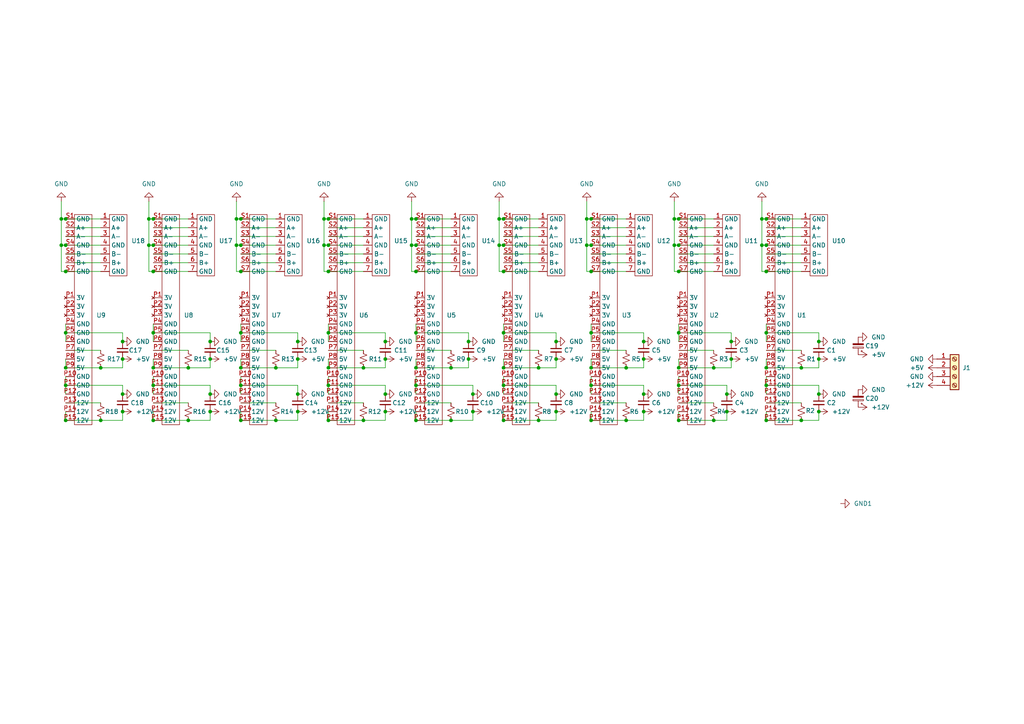
<source format=kicad_sch>
(kicad_sch (version 20250114) (generator "eeschema") (generator_version "9.0")
  (paper "A4")
  (lib_symbols
    (symbol "Connector:Screw_Terminal_01x04" (pin_names (offset 1.016) (hide yes))
      (property "Reference" "J" (at 0 5.08 0))
      (property "Value" "Screw_Terminal_01x04" (at 0 -7.62 0))
      (symbol "Screw_Terminal_01x04_1_1"
        (pin passive line (at -5.08 2.54 0) (length 3.81) (name "Pin_1") (number "1"))
        (pin passive line (at -5.08 0 0) (length 3.81) (name "Pin_2") (number "2"))
        (pin passive line (at -5.08 -2.54 0) (length 3.81) (name "Pin_3") (number "3"))
        (pin passive line (at -5.08 -5.08 0) (length 3.81) (name "Pin_4") (number "4"))
      )
    )
    (symbol "Device:C_Polarized_Small" (pin_numbers (hide yes)) (pin_names (offset 0.254) (hide yes))
      (property "Reference" "C" (at 0.254 1.778 0))
      (property "Value" "C_Polarized_Small" (at 0.254 -2.032 0))
      (symbol "C_Polarized_Small_1_1"
        (pin passive line (at 0 2.54 270) (length 1.8542) (name "~") (number "1"))
        (pin passive line (at 0 -2.54 90) (length 1.8542) (name "~") (number "2"))
      )
    )
    (symbol "Device:C_Small" (pin_numbers (hide yes)) (pin_names (offset 0.254) (hide yes))
      (property "Reference" "C" (at 0.254 1.778 0))
      (property "Value" "C_Small" (at 0.254 -2.032 0))
      (symbol "C_Small_1_1"
        (pin passive line (at 0 2.54 270) (length 2.032) (name "~") (number "1"))
        (pin passive line (at 0 -2.54 90) (length 2.032) (name "~") (number "2"))
      )
    )
    (symbol "Device:R_Small_US" (pin_numbers (hide yes)) (pin_names (offset 0.254) (hide yes))
      (property "Reference" "R" (at 0.762 0.508 0))
      (property "Value" "R_Small_US" (at 0.762 -1.016 0))
      (symbol "R_Small_US_1_1"
        (pin passive line (at 0 2.54 270) (length 1.016) (name "~") (number "1"))
        (pin passive line (at 0 -2.54 90) (length 1.016) (name "~") (number "2"))
      )
    )
    (symbol "power:+12V" (power) (pin_numbers (hide yes)) (pin_names (offset 0) (hide yes))
      (property "Value" "+12V" (at 0 3.556 0))
      (symbol "+12V_1_1"
        (pin power_in line (at 0 0 90) (length 0) (name "~") (number "1"))
      )
    )
    (symbol "power:+5V" (power) (pin_numbers (hide yes)) (pin_names (offset 0) (hide yes))
      (property "Value" "+5V" (at 0 3.556 0))
      (symbol "+5V_1_1"
        (pin power_in line (at 0 0 90) (length 0) (name "~") (number "1"))
      )
    )
    (symbol "power:GND1" (power) (pin_numbers (hide yes)) (pin_names (offset 0) (hide yes))
      (property "Value" "GND1" (at 0 -3.81 0))
      (symbol "GND1_1_1"
        (pin power_in line (at 0 0 270) (length 0) (name "~") (number "1"))
      )
    )
    (symbol "power:GND2" (power) (pin_numbers (hide yes)) (pin_names (offset 0) (hide yes))
      (property "Value" "GND2" (at 0 -3.81 0))
      (symbol "GND2_1_1"
        (pin power_in line (at 0 0 270) (length 0) (name "~") (number "1"))
      )
    )
    (symbol "sata_connector:sata_22pin"
      (property "Reference" "U" (at 0 0 0))
      (property "Value" "SATA_Connector" (at 9.144 -16.764 0))
      (symbol "sata_22pin_1_1"
        (pin power_out line (at -5.08 46.99 0) (length 2.54) (name "GND") (number "S1"))
        (pin output line (at -5.08 44.45 0) (length 2.54) (name "A+") (number "S2"))
        (pin output line (at -5.08 41.91 0) (length 2.54) (name "A-") (number "S3"))
        (pin power_out line (at -5.08 39.37 0) (length 2.54) (name "GND") (number "S4"))
        (pin input line (at -5.08 36.83 0) (length 2.54) (name "B-") (number "S5"))
        (pin input line (at -5.08 34.29 0) (length 2.54) (name "B+") (number "S6"))
        (pin power_out line (at -5.08 31.75 0) (length 2.54) (name "GND") (number "S7"))
        (pin no_connect line (at -5.08 24.13 0) (length 2.54) (name "3V") (number "P1"))
        (pin no_connect line (at -5.08 21.59 0) (length 2.54) (name "3V") (number "P2"))
        (pin no_connect line (at -5.08 19.05 0) (length 2.54) (name "3V") (number "P3"))
        (pin power_out line (at -5.08 16.51 0) (length 2.54) (name "GND") (number "P4"))
        (pin power_out line (at -5.08 13.97 0) (length 2.54) (name "GND") (number "P5"))
        (pin power_out line (at -5.08 11.43 0) (length 2.54) (name "GND") (number "P6"))
        (pin power_in line (at -5.08 8.89 0) (length 2.54) (name "5V") (number "P7"))
        (pin power_in line (at -5.08 6.35 0) (length 2.54) (name "5V") (number "P8"))
        (pin power_in line (at -5.08 3.81 0) (length 2.54) (name "5V") (number "P9"))
        (pin power_out line (at -5.08 1.27 0) (length 2.54) (name "GND") (number "P10"))
        (pin power_out line (at -5.08 -1.27 0) (length 2.54) (name "GND") (number "P11"))
        (pin power_out line (at -5.08 -3.81 0) (length 2.54) (name "GND") (number "P12"))
        (pin power_in line (at -5.08 -6.35 0) (length 2.54) (name "12V") (number "P13"))
        (pin power_in line (at -5.08 -8.89 0) (length 2.54) (name "12V") (number "P14"))
        (pin power_in line (at -5.08 -11.43 0) (length 2.54) (name "12V") (number "P15"))
      )
    )
    (symbol "sata_connector:sata_7pin"
      (property "Reference" "U" (at 0 0 0))
      (property "Value" "SATA_Data" (at 7.874 3.048 0))
      (symbol "sata_7pin_1_1"
        (pin power_out line (at -5.08 11.43 0) (length 2.54) (name "GND") (number "1"))
        (pin input line (at -5.08 8.89 0) (length 2.54) (name "A+") (number "2"))
        (pin input line (at -5.08 6.35 0) (length 2.54) (name "A-") (number "3"))
        (pin power_out line (at -5.08 3.81 0) (length 2.54) (name "GND") (number "4"))
        (pin output line (at -5.08 1.27 0) (length 2.54) (name "B-") (number "5"))
        (pin output line (at -5.08 -1.27 0) (length 2.54) (name "B+") (number "6"))
        (pin power_out line (at -5.08 -3.81 0) (length 2.54) (name "GND") (number "7"))
      )
    )
  )
  (junction (at 146.05 121.92))
  (junction (at 146.05 63.5))
  (junction (at 43.18 71.12))
  (junction (at 181.61 121.92))
  (junction (at 69.85 96.52))
  (junction (at 144.78 63.5))
  (junction (at 19.05 63.5))
  (junction (at 237.49 99.06))
  (junction (at 105.41 106.68))
  (junction (at 130.81 121.92))
  (junction (at 195.58 63.5))
  (junction (at 44.45 71.12))
  (junction (at 120.65 78.74))
  (junction (at 220.98 63.5))
  (junction (at 170.18 71.12))
  (junction (at 111.76 99.06))
  (junction (at 111.76 114.3))
  (junction (at 93.98 63.5))
  (junction (at 111.76 119.38))
  (junction (at 86.36 119.38))
  (junction (at 54.61 106.68))
  (junction (at 93.98 71.12))
  (junction (at 19.05 106.68))
  (junction (at 19.05 121.92))
  (junction (at 19.05 96.52))
  (junction (at 120.65 121.92))
  (junction (at 80.01 106.68))
  (junction (at 35.56 119.38))
  (junction (at 222.25 121.92))
  (junction (at 69.85 121.92))
  (junction (at 161.29 114.3))
  (junction (at 146.05 78.74))
  (junction (at 237.49 114.3))
  (junction (at 44.45 63.5))
  (junction (at 207.01 106.68))
  (junction (at 181.61 106.68))
  (junction (at 119.38 63.5))
  (junction (at 68.58 63.5))
  (junction (at 222.25 71.12))
  (junction (at 210.82 119.38))
  (junction (at 19.05 71.12))
  (junction (at 19.05 78.74))
  (junction (at 161.29 119.38))
  (junction (at 43.18 63.5))
  (junction (at 171.45 121.92))
  (junction (at 237.49 104.14))
  (junction (at 17.78 63.5))
  (junction (at 17.78 71.12))
  (junction (at 222.25 96.52))
  (junction (at 195.58 71.12))
  (junction (at 222.25 106.68))
  (junction (at 60.96 114.3))
  (junction (at 220.98 71.12))
  (junction (at 95.25 96.52))
  (junction (at 196.85 71.12))
  (junction (at 137.16 114.3))
  (junction (at 161.29 99.06))
  (junction (at 196.85 106.68))
  (junction (at 60.96 104.14))
  (junction (at 119.38 71.12))
  (junction (at 144.78 71.12))
  (junction (at 35.56 104.14))
  (junction (at 156.21 106.68))
  (junction (at 196.85 63.5))
  (junction (at 186.69 114.3))
  (junction (at 196.85 111.76))
  (junction (at 69.85 106.68))
  (junction (at 95.25 111.76))
  (junction (at 68.58 71.12))
  (junction (at 171.45 111.76))
  (junction (at 186.69 119.38))
  (junction (at 222.25 78.74))
  (junction (at 86.36 99.06))
  (junction (at 120.65 71.12))
  (junction (at 135.89 104.14))
  (junction (at 95.25 121.92))
  (junction (at 35.56 114.3))
  (junction (at 111.76 104.14))
  (junction (at 232.41 121.92))
  (junction (at 95.25 78.74))
  (junction (at 137.16 119.38))
  (junction (at 171.45 71.12))
  (junction (at 95.25 71.12))
  (junction (at 171.45 78.74))
  (junction (at 171.45 63.5))
  (junction (at 130.81 106.68))
  (junction (at 60.96 119.38))
  (junction (at 146.05 96.52))
  (junction (at 196.85 121.92))
  (junction (at 44.45 111.76))
  (junction (at 35.56 99.06))
  (junction (at 196.85 78.74))
  (junction (at 170.18 63.5))
  (junction (at 60.96 99.06))
  (junction (at 171.45 106.68))
  (junction (at 222.25 111.76))
  (junction (at 135.89 99.06))
  (junction (at 222.25 63.5))
  (junction (at 146.05 111.76))
  (junction (at 44.45 106.68))
  (junction (at 120.65 63.5))
  (junction (at 69.85 63.5))
  (junction (at 44.45 121.92))
  (junction (at 120.65 96.52))
  (junction (at 105.41 121.92))
  (junction (at 196.85 96.52))
  (junction (at 29.21 121.92))
  (junction (at 86.36 104.14))
  (junction (at 29.21 106.68))
  (junction (at 44.45 96.52))
  (junction (at 146.05 71.12))
  (junction (at 54.61 121.92))
  (junction (at 161.29 104.14))
  (junction (at 186.69 104.14))
  (junction (at 86.36 114.3))
  (junction (at 80.01 121.92))
  (junction (at 210.82 114.3))
  (junction (at 95.25 106.68))
  (junction (at 69.85 111.76))
  (junction (at 212.09 104.14))
  (junction (at 237.49 119.38))
  (junction (at 156.21 121.92))
  (junction (at 69.85 71.12))
  (junction (at 120.65 111.76))
  (junction (at 19.05 111.76))
  (junction (at 232.41 106.68))
  (junction (at 69.85 78.74))
  (junction (at 95.25 63.5))
  (junction (at 207.01 121.92))
  (junction (at 186.69 99.06))
  (junction (at 120.65 106.68))
  (junction (at 44.45 78.74))
  (junction (at 171.45 96.52))
  (junction (at 146.05 106.68))
  (junction (at 212.09 99.06))
  (wire (pts (xy 43.18 63.5) (xy 44.45 63.5)))
  (wire (pts (xy 119.38 63.5) (xy 119.38 71.12)))
  (wire (pts (xy 111.76 106.68) (xy 111.76 104.14)))
  (wire (pts (xy 196.85 111.76) (xy 210.82 111.76)))
  (wire (pts (xy 170.18 63.5) (xy 170.18 71.12)))
  (wire (pts (xy 69.85 68.58) (xy 80.01 68.58)))
  (wire (pts (xy 68.58 58.42) (xy 68.58 63.5)))
  (wire (pts (xy 93.98 63.5) (xy 93.98 71.12)))
  (wire (pts (xy 69.85 96.52) (xy 86.36 96.52)))
  (wire (pts (xy 146.05 78.74) (xy 144.78 78.74)))
  (wire (pts (xy 196.85 121.92) (xy 207.01 121.92)))
  (wire (pts (xy 222.25 63.5) (xy 220.98 63.5)))
  (wire (pts (xy 222.25 104.14) (xy 222.25 106.68)))
  (wire (pts (xy 171.45 93.98) (xy 171.45 96.52)))
  (wire (pts (xy 222.25 116.84) (xy 232.41 116.84)))
  (wire (pts (xy 222.25 111.76) (xy 237.49 111.76)))
  (wire (pts (xy 181.61 121.92) (xy 186.69 121.92)))
  (wire (pts (xy 95.25 78.74) (xy 105.41 78.74)))
  (wire (pts (xy 119.38 58.42) (xy 119.38 63.5)))
  (wire (pts (xy 69.85 73.66) (xy 80.01 73.66)))
  (wire (pts (xy 44.45 71.12) (xy 54.61 71.12)))
  (wire (pts (xy 95.25 63.5) (xy 105.41 63.5)))
  (wire (pts (xy 120.65 104.14) (xy 120.65 106.68)))
  (wire (pts (xy 86.36 96.52) (xy 86.36 99.06)))
  (wire (pts (xy 43.18 58.42) (xy 43.18 63.5)))
  (wire (pts (xy 120.65 111.76) (xy 137.16 111.76)))
  (wire (pts (xy 44.45 68.58) (xy 54.61 68.58)))
  (wire (pts (xy 146.05 111.76) (xy 161.29 111.76)))
  (wire (pts (xy 54.61 121.92) (xy 60.96 121.92)))
  (wire (pts (xy 207.01 106.68) (xy 212.09 106.68)))
  (wire (pts (xy 54.61 106.68) (xy 60.96 106.68)))
  (wire (pts (xy 69.85 109.22) (xy 69.85 111.76)))
  (wire (pts (xy 196.85 63.5) (xy 207.01 63.5)))
  (wire (pts (xy 95.25 119.38) (xy 95.25 121.92)))
  (wire (pts (xy 60.96 111.76) (xy 60.96 114.3)))
  (wire (pts (xy 222.25 106.68) (xy 232.41 106.68)))
  (wire (pts (xy 146.05 96.52) (xy 161.29 96.52)))
  (wire (pts (xy 120.65 101.6) (xy 130.81 101.6)))
  (wire (pts (xy 44.45 96.52) (xy 60.96 96.52)))
  (wire (pts (xy 44.45 116.84) (xy 54.61 116.84)))
  (wire (pts (xy 95.25 111.76) (xy 95.25 114.3)))
  (wire (pts (xy 119.38 71.12) (xy 119.38 78.74)))
  (wire (pts (xy 69.85 66.04) (xy 80.01 66.04)))
  (wire (pts (xy 19.05 78.74) (xy 29.21 78.74)))
  (wire (pts (xy 69.85 71.12) (xy 80.01 71.12)))
  (wire (pts (xy 220.98 71.12) (xy 222.25 71.12)))
  (wire (pts (xy 95.25 73.66) (xy 105.41 73.66)))
  (wire (pts (xy 137.16 111.76) (xy 137.16 114.3)))
  (wire (pts (xy 222.25 66.04) (xy 232.41 66.04)))
  (wire (pts (xy 93.98 63.5) (xy 95.25 63.5)))
  (wire (pts (xy 17.78 71.12) (xy 17.78 78.74)))
  (wire (pts (xy 35.56 111.76) (xy 35.56 114.3)))
  (wire (pts (xy 69.85 116.84) (xy 80.01 116.84)))
  (wire (pts (xy 19.05 106.68) (xy 29.21 106.68)))
  (wire (pts (xy 171.45 111.76) (xy 171.45 114.3)))
  (wire (pts (xy 95.25 116.84) (xy 105.41 116.84)))
  (wire (pts (xy 146.05 78.74) (xy 156.21 78.74)))
  (wire (pts (xy 196.85 96.52) (xy 212.09 96.52)))
  (wire (pts (xy 181.61 106.68) (xy 186.69 106.68)))
  (wire (pts (xy 171.45 71.12) (xy 181.61 71.12)))
  (wire (pts (xy 146.05 119.38) (xy 146.05 121.92)))
  (wire (pts (xy 19.05 119.38) (xy 19.05 121.92)))
  (wire (pts (xy 170.18 71.12) (xy 171.45 71.12)))
  (wire (pts (xy 95.25 106.68) (xy 105.41 106.68)))
  (wire (pts (xy 111.76 96.52) (xy 111.76 99.06)))
  (wire (pts (xy 196.85 111.76) (xy 196.85 114.3)))
  (wire (pts (xy 171.45 121.92) (xy 181.61 121.92)))
  (wire (pts (xy 35.56 96.52) (xy 35.56 99.06)))
  (wire (pts (xy 69.85 121.92) (xy 80.01 121.92)))
  (wire (pts (xy 29.21 121.92) (xy 35.56 121.92)))
  (wire (pts (xy 17.78 63.5) (xy 19.05 63.5)))
  (wire (pts (xy 232.41 106.68) (xy 237.49 106.68)))
  (wire (pts (xy 222.25 101.6) (xy 232.41 101.6)))
  (wire (pts (xy 120.65 68.58) (xy 130.81 68.58)))
  (wire (pts (xy 95.25 78.74) (xy 93.98 78.74)))
  (wire (pts (xy 171.45 119.38) (xy 171.45 121.92)))
  (wire (pts (xy 120.65 121.92) (xy 130.81 121.92)))
  (wire (pts (xy 69.85 111.76) (xy 69.85 114.3)))
  (wire (pts (xy 120.65 116.84) (xy 130.81 116.84)))
  (wire (pts (xy 237.49 104.14) (xy 237.49 106.68)))
  (wire (pts (xy 222.25 111.76) (xy 222.25 114.3)))
  (wire (pts (xy 44.45 109.22) (xy 44.45 111.76)))
  (wire (pts (xy 146.05 104.14) (xy 146.05 106.68)))
  (wire (pts (xy 19.05 66.04) (xy 29.21 66.04)))
  (wire (pts (xy 222.25 96.52) (xy 237.49 96.52)))
  (wire (pts (xy 207.01 121.92) (xy 210.82 121.92)))
  (wire (pts (xy 44.45 121.92) (xy 54.61 121.92)))
  (wire (pts (xy 237.49 96.52) (xy 237.49 99.06)))
  (wire (pts (xy 144.78 71.12) (xy 144.78 63.5)))
  (wire (pts (xy 161.29 96.52) (xy 161.29 99.06)))
  (wire (pts (xy 19.05 121.92) (xy 29.21 121.92)))
  (wire (pts (xy 95.25 104.14) (xy 95.25 106.68)))
  (wire (pts (xy 146.05 68.58) (xy 156.21 68.58)))
  (wire (pts (xy 69.85 76.2) (xy 80.01 76.2)))
  (wire (pts (xy 186.69 111.76) (xy 186.69 114.3)))
  (wire (pts (xy 196.85 76.2) (xy 207.01 76.2)))
  (wire (pts (xy 19.05 96.52) (xy 19.05 99.06)))
  (wire (pts (xy 171.45 63.5) (xy 181.61 63.5)))
  (wire (pts (xy 19.05 78.74) (xy 17.78 78.74)))
  (wire (pts (xy 170.18 63.5) (xy 171.45 63.5)))
  (wire (pts (xy 120.65 66.04) (xy 130.81 66.04)))
  (wire (pts (xy 120.65 78.74) (xy 130.81 78.74)))
  (wire (pts (xy 196.85 101.6) (xy 207.01 101.6)))
  (wire (pts (xy 69.85 78.74) (xy 80.01 78.74)))
  (wire (pts (xy 171.45 76.2) (xy 181.61 76.2)))
  (wire (pts (xy 146.05 96.52) (xy 146.05 99.06)))
  (wire (pts (xy 146.05 116.84) (xy 156.21 116.84)))
  (wire (pts (xy 196.85 93.98) (xy 196.85 96.52)))
  (wire (pts (xy 237.49 111.76) (xy 237.49 114.3)))
  (wire (pts (xy 80.01 121.92) (xy 86.36 121.92)))
  (wire (pts (xy 44.45 111.76) (xy 44.45 114.3)))
  (wire (pts (xy 130.81 106.68) (xy 135.89 106.68)))
  (wire (pts (xy 146.05 66.04) (xy 156.21 66.04)))
  (wire (pts (xy 210.82 121.92) (xy 210.82 119.38)))
  (wire (pts (xy 86.36 121.92) (xy 86.36 119.38)))
  (wire (pts (xy 68.58 63.5) (xy 68.58 71.12)))
  (wire (pts (xy 220.98 71.12) (xy 220.98 78.74)))
  (wire (pts (xy 60.96 96.52) (xy 60.96 99.06)))
  (wire (pts (xy 69.85 119.38) (xy 69.85 121.92)))
  (wire (pts (xy 19.05 104.14) (xy 19.05 106.68)))
  (wire (pts (xy 186.69 106.68) (xy 186.69 104.14)))
  (wire (pts (xy 146.05 111.76) (xy 146.05 114.3)))
  (wire (pts (xy 60.96 121.92) (xy 60.96 119.38)))
  (wire (pts (xy 68.58 71.12) (xy 68.58 78.74)))
  (wire (pts (xy 68.58 63.5) (xy 69.85 63.5)))
  (wire (pts (xy 19.05 96.52) (xy 35.56 96.52)))
  (wire (pts (xy 146.05 106.68) (xy 156.21 106.68)))
  (wire (pts (xy 19.05 109.22) (xy 19.05 111.76)))
  (wire (pts (xy 44.45 104.14) (xy 44.45 106.68)))
  (wire (pts (xy 19.05 73.66) (xy 29.21 73.66)))
  (wire (pts (xy 212.09 96.52) (xy 212.09 99.06)))
  (wire (pts (xy 120.65 73.66) (xy 130.81 73.66)))
  (wire (pts (xy 171.45 66.04) (xy 181.61 66.04)))
  (wire (pts (xy 86.36 111.76) (xy 86.36 114.3)))
  (wire (pts (xy 44.45 96.52) (xy 44.45 99.06)))
  (wire (pts (xy 171.45 109.22) (xy 171.45 111.76)))
  (wire (pts (xy 146.05 63.5) (xy 156.21 63.5)))
  (wire (pts (xy 222.25 109.22) (xy 222.25 111.76)))
  (wire (pts (xy 105.41 106.68) (xy 111.76 106.68)))
  (wire (pts (xy 120.65 63.5) (xy 130.81 63.5)))
  (wire (pts (xy 95.25 66.04) (xy 105.41 66.04)))
  (wire (pts (xy 44.45 66.04) (xy 54.61 66.04)))
  (wire (pts (xy 19.05 68.58) (xy 29.21 68.58)))
  (wire (pts (xy 171.45 101.6) (xy 181.61 101.6)))
  (wire (pts (xy 196.85 109.22) (xy 196.85 111.76)))
  (wire (pts (xy 144.78 63.5) (xy 146.05 63.5)))
  (wire (pts (xy 43.18 71.12) (xy 44.45 71.12)))
  (wire (pts (xy 222.25 76.2) (xy 232.41 76.2)))
  (wire (pts (xy 146.05 101.6) (xy 156.21 101.6)))
  (wire (pts (xy 44.45 78.74) (xy 54.61 78.74)))
  (wire (pts (xy 137.16 121.92) (xy 137.16 119.38)))
  (wire (pts (xy 171.45 73.66) (xy 181.61 73.66)))
  (wire (pts (xy 120.65 111.76) (xy 120.65 114.3)))
  (wire (pts (xy 19.05 76.2) (xy 29.21 76.2)))
  (wire (pts (xy 35.56 121.92) (xy 35.56 119.38)))
  (wire (pts (xy 186.69 96.52) (xy 186.69 99.06)))
  (wire (pts (xy 120.65 119.38) (xy 120.65 121.92)))
  (wire (pts (xy 196.85 106.68) (xy 207.01 106.68)))
  (wire (pts (xy 144.78 71.12) (xy 146.05 71.12)))
  (wire (pts (xy 171.45 78.74) (xy 170.18 78.74)))
  (wire (pts (xy 144.78 63.5) (xy 144.78 58.42)))
  (wire (pts (xy 120.65 71.12) (xy 130.81 71.12)))
  (wire (pts (xy 222.25 119.38) (xy 222.25 121.92)))
  (wire (pts (xy 210.82 111.76) (xy 210.82 114.3)))
  (wire (pts (xy 196.85 96.52) (xy 196.85 99.06)))
  (wire (pts (xy 196.85 119.38) (xy 196.85 121.92)))
  (wire (pts (xy 95.25 68.58) (xy 105.41 68.58)))
  (wire (pts (xy 93.98 71.12) (xy 95.25 71.12)))
  (wire (pts (xy 222.25 121.92) (xy 232.41 121.92)))
  (wire (pts (xy 19.05 116.84) (xy 29.21 116.84)))
  (wire (pts (xy 120.65 93.98) (xy 120.65 96.52)))
  (wire (pts (xy 111.76 111.76) (xy 111.76 114.3)))
  (wire (pts (xy 44.45 101.6) (xy 54.61 101.6)))
  (wire (pts (xy 212.09 106.68) (xy 212.09 104.14)))
  (wire (pts (xy 222.25 71.12) (xy 232.41 71.12)))
  (wire (pts (xy 68.58 71.12) (xy 69.85 71.12)))
  (wire (pts (xy 222.25 63.5) (xy 232.41 63.5)))
  (wire (pts (xy 171.45 104.14) (xy 171.45 106.68)))
  (wire (pts (xy 196.85 78.74) (xy 207.01 78.74)))
  (wire (pts (xy 17.78 63.5) (xy 17.78 71.12)))
  (wire (pts (xy 170.18 58.42) (xy 170.18 63.5)))
  (wire (pts (xy 120.65 96.52) (xy 120.65 99.06)))
  (wire (pts (xy 19.05 111.76) (xy 35.56 111.76)))
  (wire (pts (xy 80.01 106.68) (xy 86.36 106.68)))
  (wire (pts (xy 120.65 78.74) (xy 119.38 78.74)))
  (wire (pts (xy 222.25 78.74) (xy 220.98 78.74)))
  (wire (pts (xy 195.58 63.5) (xy 195.58 71.12)))
  (wire (pts (xy 196.85 78.74) (xy 195.58 78.74)))
  (wire (pts (xy 86.36 106.68) (xy 86.36 104.14)))
  (wire (pts (xy 135.89 106.68) (xy 135.89 104.14)))
  (wire (pts (xy 95.25 96.52) (xy 111.76 96.52)))
  (wire (pts (xy 171.45 68.58) (xy 181.61 68.58)))
  (wire (pts (xy 161.29 111.76) (xy 161.29 114.3)))
  (wire (pts (xy 19.05 101.6) (xy 29.21 101.6)))
  (wire (pts (xy 156.21 106.68) (xy 161.29 106.68)))
  (wire (pts (xy 196.85 66.04) (xy 207.01 66.04)))
  (wire (pts (xy 44.45 111.76) (xy 60.96 111.76)))
  (wire (pts (xy 44.45 76.2) (xy 54.61 76.2)))
  (wire (pts (xy 69.85 96.52) (xy 69.85 99.06)))
  (wire (pts (xy 130.81 121.92) (xy 137.16 121.92)))
  (wire (pts (xy 69.85 104.14) (xy 69.85 106.68)))
  (wire (pts (xy 69.85 63.5) (xy 80.01 63.5)))
  (wire (pts (xy 196.85 71.12) (xy 207.01 71.12)))
  (wire (pts (xy 95.25 109.22) (xy 95.25 111.76)))
  (wire (pts (xy 146.05 71.12) (xy 156.21 71.12)))
  (wire (pts (xy 171.45 106.68) (xy 181.61 106.68)))
  (wire (pts (xy 17.78 71.12) (xy 19.05 71.12)))
  (wire (pts (xy 43.18 63.5) (xy 43.18 71.12)))
  (wire (pts (xy 156.21 121.92) (xy 161.29 121.92)))
  (wire (pts (xy 43.18 71.12) (xy 43.18 78.74)))
  (wire (pts (xy 171.45 116.84) (xy 181.61 116.84)))
  (wire (pts (xy 69.85 93.98) (xy 69.85 96.52)))
  (wire (pts (xy 69.85 111.76) (xy 86.36 111.76)))
  (wire (pts (xy 171.45 78.74) (xy 181.61 78.74)))
  (wire (pts (xy 170.18 71.12) (xy 170.18 78.74)))
  (wire (pts (xy 119.38 63.5) (xy 120.65 63.5)))
  (wire (pts (xy 95.25 121.92) (xy 105.41 121.92)))
  (wire (pts (xy 195.58 58.42) (xy 195.58 63.5)))
  (wire (pts (xy 95.25 96.52) (xy 95.25 99.06)))
  (wire (pts (xy 111.76 121.92) (xy 111.76 119.38)))
  (wire (pts (xy 95.25 76.2) (xy 105.41 76.2)))
  (wire (pts (xy 196.85 68.58) (xy 207.01 68.58)))
  (wire (pts (xy 19.05 63.5) (xy 29.21 63.5)))
  (wire (pts (xy 171.45 96.52) (xy 186.69 96.52)))
  (wire (pts (xy 161.29 106.68) (xy 161.29 104.14)))
  (wire (pts (xy 135.89 96.52) (xy 135.89 99.06)))
  (wire (pts (xy 146.05 109.22) (xy 146.05 111.76)))
  (wire (pts (xy 60.96 106.68) (xy 60.96 104.14)))
  (wire (pts (xy 35.56 104.14) (xy 35.56 106.68)))
  (wire (pts (xy 220.98 63.5) (xy 220.98 71.12)))
  (wire (pts (xy 69.85 106.68) (xy 80.01 106.68)))
  (wire (pts (xy 220.98 58.42) (xy 220.98 63.5)))
  (wire (pts (xy 95.25 93.98) (xy 95.25 96.52)))
  (wire (pts (xy 195.58 63.5) (xy 196.85 63.5)))
  (wire (pts (xy 95.25 71.12) (xy 105.41 71.12)))
  (wire (pts (xy 146.05 121.92) (xy 156.21 121.92)))
  (wire (pts (xy 120.65 109.22) (xy 120.65 111.76)))
  (wire (pts (xy 171.45 111.76) (xy 186.69 111.76)))
  (wire (pts (xy 105.41 121.92) (xy 111.76 121.92)))
  (wire (pts (xy 222.25 68.58) (xy 232.41 68.58)))
  (wire (pts (xy 17.78 58.42) (xy 17.78 63.5)))
  (wire (pts (xy 196.85 104.14) (xy 196.85 106.68)))
  (wire (pts (xy 95.25 111.76) (xy 111.76 111.76)))
  (wire (pts (xy 146.05 76.2) (xy 156.21 76.2)))
  (wire (pts (xy 222.25 78.74) (xy 232.41 78.74)))
  (wire (pts (xy 120.65 96.52) (xy 135.89 96.52)))
  (wire (pts (xy 44.45 119.38) (xy 44.45 121.92)))
  (wire (pts (xy 222.25 93.98) (xy 222.25 96.52)))
  (wire (pts (xy 44.45 63.5) (xy 54.61 63.5)))
  (wire (pts (xy 44.45 78.74) (xy 43.18 78.74)))
  (wire (pts (xy 161.29 121.92) (xy 161.29 119.38)))
  (wire (pts (xy 93.98 58.42) (xy 93.98 63.5)))
  (wire (pts (xy 19.05 93.98) (xy 19.05 96.52)))
  (wire (pts (xy 19.05 71.12) (xy 29.21 71.12)))
  (wire (pts (xy 146.05 73.66) (xy 156.21 73.66)))
  (wire (pts (xy 69.85 78.74) (xy 68.58 78.74)))
  (wire (pts (xy 93.98 71.12) (xy 93.98 78.74)))
  (wire (pts (xy 196.85 116.84) (xy 207.01 116.84)))
  (wire (pts (xy 95.25 101.6) (xy 105.41 101.6)))
  (wire (pts (xy 195.58 71.12) (xy 196.85 71.12)))
  (wire (pts (xy 196.85 73.66) (xy 207.01 73.66)))
  (wire (pts (xy 29.21 106.68) (xy 35.56 106.68)))
  (wire (pts (xy 146.05 93.98) (xy 146.05 96.52)))
  (wire (pts (xy 232.41 121.92) (xy 237.49 121.92)))
  (wire (pts (xy 19.05 111.76) (xy 19.05 114.3)))
  (wire (pts (xy 186.69 121.92) (xy 186.69 119.38)))
  (wire (pts (xy 222.25 73.66) (xy 232.41 73.66)))
  (wire (pts (xy 144.78 78.74) (xy 144.78 71.12)))
  (wire (pts (xy 237.49 121.92) (xy 237.49 119.38)))
  (wire (pts (xy 222.25 96.52) (xy 222.25 99.06)))
  (wire (pts (xy 44.45 73.66) (xy 54.61 73.66)))
  (wire (pts (xy 119.38 71.12) (xy 120.65 71.12)))
  (wire (pts (xy 69.85 101.6) (xy 80.01 101.6)))
  (wire (pts (xy 120.65 106.68) (xy 130.81 106.68)))
  (wire (pts (xy 195.58 71.12) (xy 195.58 78.74)))
  (wire (pts (xy 120.65 76.2) (xy 130.81 76.2)))
  (wire (pts (xy 44.45 106.68) (xy 54.61 106.68)))
  (wire (pts (xy 171.45 96.52) (xy 171.45 99.06)))
  (wire (pts (xy 44.45 93.98) (xy 44.45 96.52)))
  (symbol (lib_id "power:GND2") (at 86.36 114.3 90) (unit 1)
    (property "Reference" "#PWR25" (effects (hide yes)))
    (property "Value" "GND" (at 90.17 114.2999 90) (effects (justify right)))
    (property "Description" "Power symbol creates a global label with name \"GND2\" , ground" (effects (hide yes)))
  )
  (symbol (lib_id "power:GND1") (at 170.18 58.42 180) (unit 1)
    (property "Reference" "#PWR048" (effects (hide yes)))
    (property "Value" "GND" (at 170.18 53.34 0))
    (property "Description" "Power symbol creates a global label with name \"GND1\" , ground" (effects (hide yes)))
  )
  (symbol (lib_id "power:GND2") (at 271.78 109.22 270) (unit 1)
    (property "Reference" "#PWR3" (effects (hide yes)))
    (property "Value" "GND" (at 265.938 109.22 90))
    (property "Description" "Power symbol creates a global label with name \"GND2\" , ground" (effects (hide yes)))
  )
  (symbol (lib_id "Device:R_Small_US") (at 181.61 104.14 180) (unit 1)
    (property "Reference" "R5" (at 183.134 104.14 0) (effects (justify right)))
    (property "Value" "R_Small_US" (effects (hide yes)))
    (property "Footprint" "Resistor_SMD:R_1206_3216Metric" (effects (hide yes)))
    (property "Description" "Resistor, small US symbol" (effects (hide yes)))
  )
  (symbol (lib_id "sata_connector:sata_22pin") (at 74.93 110.49 0) (unit 1)
    (property "Reference" "U7" (at 78.74 91.4399 0) (effects (justify left)))
    (property "Value" "SATA_Connector" (effects (hide yes)))
    (property "Footprint" "Connector_SATA_SAS:CONN_877791001_MOL" (effects (hide yes)))
  )
  (symbol (lib_id "power:GND2") (at 35.56 114.3 90) (unit 1)
    (property "Reference" "#PWR27" (effects (hide yes)))
    (property "Value" "GND" (at 39.37 114.2999 90) (effects (justify right)))
    (property "Description" "Power symbol creates a global label with name \"GND2\" , ground" (effects (hide yes)))
  )
  (symbol (lib_id "power:GND1") (at 186.69 99.06 90) (unit 1)
    (property "Reference" "#PWR11" (effects (hide yes)))
    (property "Value" "GND" (at 190.5 99.0599 90) (effects (justify right)))
    (property "Description" "Power symbol creates a global label with name \"GND1\" , ground" (effects (hide yes)))
  )
  (symbol (lib_id "Device:C_Polarized_Small") (at 248.92 100.33 180) (unit 1)
    (property "Reference" "C19" (at 250.952 100.33 0) (effects (justify right)))
    (property "Value" "C_Polarized_Small" (effects (hide yes)))
    (property "Footprint" "Capacitor_THT:C_Radial_D16.0mm_H25.0mm_P7.50mm" (effects (hide yes)))
    (property "Description" "Polarized capacitor, small symbol" (effects (hide yes)))
  )
  (symbol (lib_id "Device:R_Small_US") (at 54.61 119.38 180) (unit 1)
    (property "Reference" "R16" (at 55.88 119.38 0) (effects (justify right)))
    (property "Value" "R_Small_US" (effects (hide yes)))
    (property "Footprint" "Resistor_SMD:R_1206_3216Metric" (effects (hide yes)))
    (property "Description" "Resistor, small US symbol" (effects (hide yes)))
  )
  (symbol (lib_id "Device:R_Small_US") (at 80.01 104.14 180) (unit 1)
    (property "Reference" "R13" (at 81.534 104.14 0) (effects (justify right)))
    (property "Value" "R_Small_US" (effects (hide yes)))
    (property "Footprint" "Resistor_SMD:R_1206_3216Metric" (effects (hide yes)))
    (property "Description" "Resistor, small US symbol" (effects (hide yes)))
  )
  (symbol (lib_id "power:+5V") (at 35.56 104.14 270) (unit 1)
    (property "Reference" "#PWR36" (effects (hide yes)))
    (property "Value" "+5V" (at 39.37 104.1399 90) (effects (justify left)))
    (property "Description" "Power symbol creates a global label with name \"+5V\"" (effects (hide yes)))
  )
  (symbol (lib_id "power:+5V") (at 248.92 102.87 270) (unit 1)
    (property "Reference" "#PWR5" (effects (hide yes)))
    (property "Value" "+5V" (at 252.73 102.8699 90) (effects (justify left)))
    (property "Description" "Power symbol creates a global label with name \"+5V\"" (effects (hide yes)))
  )
  (symbol (lib_id "Device:R_Small_US") (at 207.01 104.14 180) (unit 1)
    (property "Reference" "R3" (at 208.534 104.14 0) (effects (justify right)))
    (property "Value" "R_Small_US" (effects (hide yes)))
    (property "Footprint" "Resistor_SMD:R_1206_3216Metric" (effects (hide yes)))
    (property "Description" "Resistor, small US symbol" (effects (hide yes)))
  )
  (symbol (lib_id "power:GND1") (at 43.18 58.42 180) (unit 1)
    (property "Reference" "#PWR053" (effects (hide yes)))
    (property "Value" "GND" (at 43.18 53.34 0))
    (property "Description" "Power symbol creates a global label with name \"GND1\" , ground" (effects (hide yes)))
  )
  (symbol (lib_id "power:GND1") (at 93.98 58.42 180) (unit 1)
    (property "Reference" "#PWR051" (effects (hide yes)))
    (property "Value" "GND" (at 93.98 53.34 0))
    (property "Description" "Power symbol creates a global label with name \"GND1\" , ground" (effects (hide yes)))
  )
  (symbol (lib_id "Device:R_Small_US") (at 181.61 119.38 180) (unit 1)
    (property "Reference" "R6" (at 182.626 119.38 0) (effects (justify right)))
    (property "Value" "R_Small_US" (effects (hide yes)))
    (property "Footprint" "Resistor_SMD:R_1206_3216Metric" (effects (hide yes)))
    (property "Description" "Resistor, small US symbol" (effects (hide yes)))
  )
  (symbol (lib_id "Device:C_Small") (at 135.89 101.6 0) (unit 1)
    (property "Reference" "C9" (at 138.176 101.6 0) (effects (justify left)))
    (property "Value" "C_Small" (effects (hide yes)))
    (property "Footprint" "Capacitor_SMD:C_1206_3216Metric" (effects (hide yes)))
    (property "Description" "Unpolarized capacitor, small symbol" (effects (hide yes)))
  )
  (symbol (lib_id "power:GND1") (at 119.38 58.42 180) (unit 1)
    (property "Reference" "#PWR050" (effects (hide yes)))
    (property "Value" "GND" (at 119.38 53.34 0))
    (property "Description" "Power symbol creates a global label with name \"GND1\" , ground" (effects (hide yes)))
  )
  (symbol (lib_id "Device:R_Small_US") (at 232.41 104.14 180) (unit 1)
    (property "Reference" "R1" (at 233.934 104.14 0) (effects (justify right)))
    (property "Value" "R_Small_US" (effects (hide yes)))
    (property "Footprint" "Resistor_SMD:R_1206_3216Metric" (effects (hide yes)))
    (property "Description" "Resistor, small US symbol" (effects (hide yes)))
  )
  (symbol (lib_id "power:+5V") (at 271.78 106.68 90) (unit 1)
    (property "Reference" "#PWR1" (effects (hide yes)))
    (property "Value" "+5V" (at 267.97 106.6799 90) (effects (justify left)))
    (property "Description" "Power symbol creates a global label with name \"+5V\"" (effects (hide yes)))
  )
  (symbol (lib_id "sata_connector:sata_22pin") (at 227.33 110.49 0) (unit 1)
    (property "Reference" "U1" (at 231.14 91.4399 0) (effects (justify left)))
    (property "Value" "SATA_Connector" (effects (hide yes)))
    (property "Footprint" "Connector_SATA_SAS:CONN_877791001_MOL" (effects (hide yes)))
  )
  (symbol (lib_id "Device:C_Small") (at 212.09 101.6 0) (unit 1)
    (property "Reference" "C3" (at 214.376 101.6 0) (effects (justify left)))
    (property "Value" "C_Small" (effects (hide yes)))
    (property "Footprint" "Capacitor_SMD:C_1206_3216Metric" (effects (hide yes)))
    (property "Description" "Unpolarized capacitor, small symbol" (effects (hide yes)))
  )
  (symbol (lib_id "power:+12V") (at 60.96 119.38 270) (unit 1)
    (property "Reference" "#PWR44" (effects (hide yes)))
    (property "Value" "+12V" (at 64.77 119.3799 90) (effects (justify left)))
    (property "Description" "Power symbol creates a global label with name \"+12V\"" (effects (hide yes)))
  )
  (symbol (lib_id "power:GND1") (at 243.84 146.05 90) (unit 1)
    (property "Reference" "#PWR19" (effects (hide yes)))
    (property "Value" "GND1" (at 247.65 146.0499 90) (effects (justify right)))
    (property "Description" "Power symbol creates a global label with name \"GND1\" , ground" (effects (hide yes)))
  )
  (symbol (lib_id "Device:C_Small") (at 161.29 116.84 0) (unit 1)
    (property "Reference" "C8" (at 163.576 116.84 0) (effects (justify left)))
    (property "Value" "C_Small" (effects (hide yes)))
    (property "Footprint" "Capacitor_SMD:C_1206_3216Metric" (effects (hide yes)))
    (property "Description" "Unpolarized capacitor, small symbol" (effects (hide yes)))
  )
  (symbol (lib_id "power:GND2") (at 237.49 114.3 90) (unit 1)
    (property "Reference" "#PWR17" (effects (hide yes)))
    (property "Value" "GND" (at 241.3 114.2999 90) (effects (justify right)))
    (property "Description" "Power symbol creates a global label with name \"GND2\" , ground" (effects (hide yes)))
  )
  (symbol (lib_id "Device:C_Small") (at 186.69 101.6 0) (unit 1)
    (property "Reference" "C5" (at 188.976 101.6 0) (effects (justify left)))
    (property "Value" "C_Small" (effects (hide yes)))
    (property "Footprint" "Capacitor_SMD:C_1206_3216Metric" (effects (hide yes)))
    (property "Description" "Unpolarized capacitor, small symbol" (effects (hide yes)))
  )
  (symbol (lib_id "power:GND2") (at 60.96 114.3 90) (unit 1)
    (property "Reference" "#PWR26" (effects (hide yes)))
    (property "Value" "GND" (at 64.77 114.2999 90) (effects (justify right)))
    (property "Description" "Power symbol creates a global label with name \"GND2\" , ground" (effects (hide yes)))
  )
  (symbol (lib_id "sata_connector:sata_7pin") (at 85.09 74.93 0) (unit 1)
    (property "Reference" "U16" (at 88.9 69.8499 0) (effects (justify left)))
    (property "Value" "SATA_Data" (effects (hide yes)))
    (property "Footprint" "Connector_SATA_SAS:CONN_67800-8025_MOL" (effects (hide yes)))
  )
  (symbol (lib_id "power:GND1") (at 195.58 58.42 180) (unit 1)
    (property "Reference" "#PWR047" (effects (hide yes)))
    (property "Value" "GND" (at 195.58 53.34 0))
    (property "Description" "Power symbol creates a global label with name \"GND1\" , ground" (effects (hide yes)))
  )
  (symbol (lib_id "Device:C_Small") (at 60.96 116.84 0) (unit 1)
    (property "Reference" "C16" (at 63.246 116.84 0) (effects (justify left)))
    (property "Value" "C_Small" (effects (hide yes)))
    (property "Footprint" "Capacitor_SMD:C_1206_3216Metric" (effects (hide yes)))
    (property "Description" "Unpolarized capacitor, small symbol" (effects (hide yes)))
  )
  (symbol (lib_id "Device:C_Small") (at 111.76 101.6 0) (unit 1)
    (property "Reference" "C11" (at 114.3 101.6 0) (effects (justify left)))
    (property "Value" "C_Small" (effects (hide yes)))
    (property "Footprint" "Capacitor_SMD:C_1206_3216Metric" (effects (hide yes)))
    (property "Description" "Unpolarized capacitor, small symbol" (effects (hide yes)))
  )
  (symbol (lib_id "power:+5V") (at 237.49 104.14 270) (unit 1)
    (property "Reference" "#PWR28" (effects (hide yes)))
    (property "Value" "+5V" (at 241.3 104.1399 90) (effects (justify left)))
    (property "Description" "Power symbol creates a global label with name \"+5V\"" (effects (hide yes)))
  )
  (symbol (lib_id "Device:R_Small_US") (at 29.21 119.38 180) (unit 1)
    (property "Reference" "R18" (at 30.48 119.38 0) (effects (justify right)))
    (property "Value" "R_Small_US" (effects (hide yes)))
    (property "Footprint" "Resistor_SMD:R_1206_3216Metric" (effects (hide yes)))
    (property "Description" "Resistor, small US symbol" (effects (hide yes)))
  )
  (symbol (lib_id "power:GND2") (at 210.82 114.3 90) (unit 1)
    (property "Reference" "#PWR20" (effects (hide yes)))
    (property "Value" "GND" (at 214.63 114.2999 90) (effects (justify right)))
    (property "Description" "Power symbol creates a global label with name \"GND2\" , ground" (effects (hide yes)))
  )
  (symbol (lib_id "Device:C_Small") (at 111.76 116.84 0) (unit 1)
    (property "Reference" "C12" (at 113.792 116.84 0) (effects (justify left)))
    (property "Value" "C_Small" (effects (hide yes)))
    (property "Footprint" "Capacitor_SMD:C_1206_3216Metric" (effects (hide yes)))
    (property "Description" "Unpolarized capacitor, small symbol" (effects (hide yes)))
  )
  (symbol (lib_id "power:GND1") (at 144.78 58.42 180) (unit 1)
    (property "Reference" "#PWR049" (effects (hide yes)))
    (property "Value" "GND" (at 144.78 53.34 0))
    (property "Description" "Power symbol creates a global label with name \"GND1\" , ground" (effects (hide yes)))
  )
  (symbol (lib_id "Device:C_Small") (at 237.49 101.6 0) (unit 1)
    (property "Reference" "C1" (at 239.776 101.6 0) (effects (justify left)))
    (property "Value" "C_Small" (effects (hide yes)))
    (property "Footprint" "Capacitor_SMD:C_1206_3216Metric" (effects (hide yes)))
    (property "Description" "Unpolarized capacitor, small symbol" (effects (hide yes)))
  )
  (symbol (lib_id "power:+12V") (at 35.56 119.38 270) (unit 1)
    (property "Reference" "#PWR45" (effects (hide yes)))
    (property "Value" "+12V" (at 39.37 119.3799 90) (effects (justify left)))
    (property "Description" "Power symbol creates a global label with name \"+12V\"" (effects (hide yes)))
  )
  (symbol (lib_id "power:GND2") (at 111.76 114.3 90) (unit 1)
    (property "Reference" "#PWR24" (effects (hide yes)))
    (property "Value" "GND" (at 115.57 114.2999 90) (effects (justify right)))
    (property "Description" "Power symbol creates a global label with name \"GND2\" , ground" (effects (hide yes)))
  )
  (symbol (lib_id "power:+5V") (at 161.29 104.14 270) (unit 1)
    (property "Reference" "#PWR31" (effects (hide yes)))
    (property "Value" "+5V" (at 165.1 104.1399 90) (effects (justify left)))
    (property "Description" "Power symbol creates a global label with name \"+5V\"" (effects (hide yes)))
  )
  (symbol (lib_id "power:+12V") (at 111.76 119.38 270) (unit 1)
    (property "Reference" "#PWR42" (effects (hide yes)))
    (property "Value" "+12V" (at 115.57 119.3799 90) (effects (justify left)))
    (property "Description" "Power symbol creates a global label with name \"+12V\"" (effects (hide yes)))
  )
  (symbol (lib_id "Device:C_Polarized_Small") (at 248.92 115.57 180) (unit 1)
    (property "Reference" "C20" (at 250.952 115.57 0) (effects (justify right)))
    (property "Value" "C_Polarized_Small" (effects (hide yes)))
    (property "Footprint" "Capacitor_THT:C_Radial_D16.0mm_H25.0mm_P7.50mm" (effects (hide yes)))
    (property "Description" "Polarized capacitor, small symbol" (effects (hide yes)))
  )
  (symbol (lib_id "Device:C_Small") (at 186.69 116.84 0) (unit 1)
    (property "Reference" "C6" (at 188.976 116.84 0) (effects (justify left)))
    (property "Value" "C_Small" (effects (hide yes)))
    (property "Footprint" "Capacitor_SMD:C_1206_3216Metric" (effects (hide yes)))
    (property "Description" "Unpolarized capacitor, small symbol" (effects (hide yes)))
  )
  (symbol (lib_id "sata_connector:sata_22pin") (at 201.93 110.49 0) (unit 1)
    (property "Reference" "U2" (at 205.74 91.4399 0) (effects (justify left)))
    (property "Value" "SATA_Connector" (effects (hide yes)))
    (property "Footprint" "Connector_SATA_SAS:CONN_877791001_MOL" (effects (hide yes)))
  )
  (symbol (lib_id "sata_connector:sata_7pin") (at 212.09 74.93 0) (unit 1)
    (property "Reference" "U11" (at 215.9 69.8499 0) (effects (justify left)))
    (property "Value" "SATA_Data" (effects (hide yes)))
    (property "Footprint" "Connector_SATA_SAS:CONN_67800-8025_MOL" (effects (hide yes)))
  )
  (symbol (lib_id "Device:R_Small_US") (at 29.21 104.14 180) (unit 1)
    (property "Reference" "R17" (at 30.988 104.14 0) (effects (justify right)))
    (property "Value" "R_Small_US" (effects (hide yes)))
    (property "Footprint" "Resistor_SMD:R_1206_3216Metric" (effects (hide yes)))
    (property "Description" "Resistor, small US symbol" (effects (hide yes)))
  )
  (symbol (lib_id "power:GND1") (at 220.98 58.42 180) (unit 1)
    (property "Reference" "#PWR046" (effects (hide yes)))
    (property "Value" "GND" (at 220.98 53.34 0))
    (property "Description" "Power symbol creates a global label with name \"GND1\" , ground" (effects (hide yes)))
  )
  (symbol (lib_id "Device:C_Small") (at 35.56 101.6 0) (unit 1)
    (property "Reference" "C17" (at 37.338 101.6 0) (effects (justify left)))
    (property "Value" "C_Small" (effects (hide yes)))
    (property "Footprint" "Capacitor_SMD:C_1206_3216Metric" (effects (hide yes)))
    (property "Description" "Unpolarized capacitor, small symbol" (effects (hide yes)))
  )
  (symbol (lib_id "Device:R_Small_US") (at 80.01 119.38 180) (unit 1)
    (property "Reference" "R14" (at 81.28 119.38 0) (effects (justify right)))
    (property "Value" "R_Small_US" (effects (hide yes)))
    (property "Footprint" "Resistor_SMD:R_1206_3216Metric" (effects (hide yes)))
    (property "Description" "Resistor, small US symbol" (effects (hide yes)))
  )
  (symbol (lib_id "power:+5V") (at 60.96 104.14 270) (unit 1)
    (property "Reference" "#PWR35" (effects (hide yes)))
    (property "Value" "+5V" (at 64.77 104.1399 90) (effects (justify left)))
    (property "Description" "Power symbol creates a global label with name \"+5V\"" (effects (hide yes)))
  )
  (symbol (lib_id "power:GND1") (at 135.89 99.06 90) (unit 1)
    (property "Reference" "#PWR13" (effects (hide yes)))
    (property "Value" "GND" (at 139.7 99.0599 90) (effects (justify right)))
    (property "Description" "Power symbol creates a global label with name \"GND1\" , ground" (effects (hide yes)))
  )
  (symbol (lib_id "power:GND1") (at 111.76 99.06 90) (unit 1)
    (property "Reference" "#PWR14" (effects (hide yes)))
    (property "Value" "GND" (at 115.57 99.0599 90) (effects (justify right)))
    (property "Description" "Power symbol creates a global label with name \"GND1\" , ground" (effects (hide yes)))
  )
  (symbol (lib_id "power:+12V") (at 186.69 119.38 270) (unit 1)
    (property "Reference" "#PWR39" (effects (hide yes)))
    (property "Value" "+12V" (at 190.5 119.3799 90) (effects (justify left)))
    (property "Description" "Power symbol creates a global label with name \"+12V\"" (effects (hide yes)))
  )
  (symbol (lib_id "power:+12V") (at 248.92 118.11 270) (unit 1)
    (property "Reference" "#PWR6" (effects (hide yes)))
    (property "Value" "+12V" (at 252.73 118.1099 90) (effects (justify left)))
    (property "Description" "Power symbol creates a global label with name \"+12V\"" (effects (hide yes)))
  )
  (symbol (lib_id "sata_connector:sata_22pin") (at 49.53 110.49 0) (unit 1)
    (property "Reference" "U8" (at 53.34 91.4399 0) (effects (justify left)))
    (property "Value" "SATA_Connector" (effects (hide yes)))
    (property "Footprint" "Connector_SATA_SAS:CONN_877791001_MOL" (effects (hide yes)))
  )
  (symbol (lib_id "sata_connector:sata_7pin") (at 135.89 74.93 0) (unit 1)
    (property "Reference" "U14" (at 139.7 69.8499 0) (effects (justify left)))
    (property "Value" "SATA_Data" (effects (hide yes)))
    (property "Footprint" "Connector_SATA_SAS:CONN_67800-8025_MOL" (effects (hide yes)))
  )
  (symbol (lib_id "power:GND1") (at 17.78 58.42 180) (unit 1)
    (property "Reference" "#PWR054" (effects (hide yes)))
    (property "Value" "GND" (at 17.78 53.34 0))
    (property "Description" "Power symbol creates a global label with name \"GND1\" , ground" (effects (hide yes)))
  )
  (symbol (lib_id "Connector:Screw_Terminal_01x04") (at 276.86 106.68 0) (unit 1)
    (property "Reference" "J1" (at 279.146 106.68 0) (effects (justify left)))
    (property "Value" "Screw_Terminal_01x04" (effects (hide yes)))
    (property "Footprint" "TerminalBlock:TerminalBlock_Xinya_XY308-2.54-4P_1x04_P2.54mm_Horizontal" (effects (hide yes)))
    (property "Description" "Generic screw terminal, single row, 01x04, script generated (kicad-library-utils/schlib/autogen/connector/)" (effects (hide yes)))
  )
  (symbol (lib_id "Device:R_Small_US") (at 105.41 119.38 180) (unit 1)
    (property "Reference" "R12" (at 106.68 119.38 0) (effects (justify right)))
    (property "Value" "R_Small_US" (effects (hide yes)))
    (property "Footprint" "Resistor_SMD:R_1206_3216Metric" (effects (hide yes)))
    (property "Description" "Resistor, small US symbol" (effects (hide yes)))
  )
  (symbol (lib_id "sata_connector:sata_7pin") (at 110.49 74.93 0) (unit 1)
    (property "Reference" "U15" (at 114.3 69.8499 0) (effects (justify left)))
    (property "Value" "SATA_Data" (effects (hide yes)))
    (property "Footprint" "Connector_SATA_SAS:CONN_67800-8025_MOL" (effects (hide yes)))
  )
  (symbol (lib_id "Device:C_Small") (at 210.82 116.84 0) (unit 1)
    (property "Reference" "C4" (at 213.106 116.84 0) (effects (justify left)))
    (property "Value" "C_Small" (effects (hide yes)))
    (property "Footprint" "Capacitor_SMD:C_1206_3216Metric" (effects (hide yes)))
    (property "Description" "Unpolarized capacitor, small symbol" (effects (hide yes)))
  )
  (symbol (lib_id "Device:R_Small_US") (at 156.21 104.14 180) (unit 1)
    (property "Reference" "R7" (at 157.734 104.14 0) (effects (justify right)))
    (property "Value" "R_Small_US" (effects (hide yes)))
    (property "Footprint" "Resistor_SMD:R_1206_3216Metric" (effects (hide yes)))
    (property "Description" "Resistor, small US symbol" (effects (hide yes)))
  )
  (symbol (lib_id "power:GND2") (at 248.92 113.03 90) (unit 1)
    (property "Reference" "#PWR8" (effects (hide yes)))
    (property "Value" "GND" (at 252.73 113.0299 90) (effects (justify right)))
    (property "Description" "Power symbol creates a global label with name \"GND2\" , ground" (effects (hide yes)))
  )
  (symbol (lib_id "Device:R_Small_US") (at 156.21 119.38 180) (unit 1)
    (property "Reference" "R8" (at 157.226 119.38 0) (effects (justify right)))
    (property "Value" "R_Small_US" (effects (hide yes)))
    (property "Footprint" "Resistor_SMD:R_1206_3216Metric" (effects (hide yes)))
    (property "Description" "Resistor, small US symbol" (effects (hide yes)))
  )
  (symbol (lib_id "sata_connector:sata_7pin") (at 237.49 74.93 0) (unit 1)
    (property "Reference" "U10" (at 241.3 69.8499 0) (effects (justify left)))
    (property "Value" "SATA_Data" (effects (hide yes)))
    (property "Footprint" "Connector_SATA_SAS:CONN_67800-8025_MOL" (effects (hide yes)))
  )
  (symbol (lib_id "Device:C_Small") (at 86.36 101.6 0) (unit 1)
    (property "Reference" "C13" (at 88.138 101.6 0) (effects (justify left)))
    (property "Value" "C_Small" (effects (hide yes)))
    (property "Footprint" "Capacitor_SMD:C_1206_3216Metric" (effects (hide yes)))
    (property "Description" "Unpolarized capacitor, small symbol" (effects (hide yes)))
  )
  (symbol (lib_id "Device:R_Small_US") (at 105.41 104.14 180) (unit 1)
    (property "Reference" "R11" (at 106.934 104.14 0) (effects (justify right)))
    (property "Value" "R_Small_US" (effects (hide yes)))
    (property "Footprint" "Resistor_SMD:R_1206_3216Metric" (effects (hide yes)))
    (property "Description" "Resistor, small US symbol" (effects (hide yes)))
  )
  (symbol (lib_id "power:+5V") (at 86.36 104.14 270) (unit 1)
    (property "Reference" "#PWR34" (effects (hide yes)))
    (property "Value" "+5V" (at 90.17 104.1399 90) (effects (justify left)))
    (property "Description" "Power symbol creates a global label with name \"+5V\"" (effects (hide yes)))
  )
  (symbol (lib_id "power:GND1") (at 212.09 99.06 90) (unit 1)
    (property "Reference" "#PWR10" (effects (hide yes)))
    (property "Value" "GND" (at 215.9 99.0599 90) (effects (justify right)))
    (property "Description" "Power symbol creates a global label with name \"GND1\" , ground" (effects (hide yes)))
  )
  (symbol (lib_id "power:GND1") (at 86.36 99.06 90) (unit 1)
    (property "Reference" "#PWR15" (effects (hide yes)))
    (property "Value" "GND" (at 90.17 99.0599 90) (effects (justify right)))
    (property "Description" "Power symbol creates a global label with name \"GND1\" , ground" (effects (hide yes)))
  )
  (symbol (lib_id "power:GND1") (at 237.49 99.06 90) (unit 1)
    (property "Reference" "#PWR9" (effects (hide yes)))
    (property "Value" "GND" (at 241.3 99.0599 90) (effects (justify right)))
    (property "Description" "Power symbol creates a global label with name \"GND1\" , ground" (effects (hide yes)))
  )
  (symbol (lib_id "Device:C_Small") (at 35.56 116.84 0) (unit 1)
    (property "Reference" "C18" (at 37.846 116.84 0) (effects (justify left)))
    (property "Value" "C_Small" (effects (hide yes)))
    (property "Footprint" "Capacitor_SMD:C_1206_3216Metric" (effects (hide yes)))
    (property "Description" "Unpolarized capacitor, small symbol" (effects (hide yes)))
  )
  (symbol (lib_id "power:GND2") (at 186.69 114.3 90) (unit 1)
    (property "Reference" "#PWR21" (effects (hide yes)))
    (property "Value" "GND" (at 190.5 114.2999 90) (effects (justify right)))
    (property "Description" "Power symbol creates a global label with name \"GND2\" , ground" (effects (hide yes)))
  )
  (symbol (lib_id "Device:R_Small_US") (at 232.41 119.38 180) (unit 1)
    (property "Reference" "R2" (at 233.68 119.126 0) (effects (justify right)))
    (property "Value" "R_Small_US" (effects (hide yes)))
    (property "Footprint" "Resistor_SMD:R_1206_3216Metric" (effects (hide yes)))
    (property "Description" "Resistor, small US symbol" (effects (hide yes)))
  )
  (symbol (lib_id "Device:C_Small") (at 161.29 101.6 0) (unit 1)
    (property "Reference" "C7" (at 163.576 101.6 0) (effects (justify left)))
    (property "Value" "C_Small" (effects (hide yes)))
    (property "Footprint" "Capacitor_SMD:C_1206_3216Metric" (effects (hide yes)))
    (property "Description" "Unpolarized capacitor, small symbol" (effects (hide yes)))
  )
  (symbol (lib_id "power:+12V") (at 237.49 119.38 270) (unit 1)
    (property "Reference" "#PWR37" (effects (hide yes)))
    (property "Value" "+12V" (at 241.3 119.3799 90) (effects (justify left)))
    (property "Description" "Power symbol creates a global label with name \"+12V\"" (effects (hide yes)))
  )
  (symbol (lib_id "Device:C_Small") (at 86.36 116.84 0) (unit 1)
    (property "Reference" "C14" (at 88.392 116.84 0) (effects (justify left)))
    (property "Value" "C_Small" (effects (hide yes)))
    (property "Footprint" "Capacitor_SMD:C_1206_3216Metric" (effects (hide yes)))
    (property "Description" "Unpolarized capacitor, small symbol" (effects (hide yes)))
  )
  (symbol (lib_id "power:+12V") (at 161.29 119.38 270) (unit 1)
    (property "Reference" "#PWR40" (effects (hide yes)))
    (property "Value" "+12V" (at 165.1 119.3799 90) (effects (justify left)))
    (property "Description" "Power symbol creates a global label with name \"+12V\"" (effects (hide yes)))
  )
  (symbol (lib_id "power:+5V") (at 186.69 104.14 270) (unit 1)
    (property "Reference" "#PWR30" (effects (hide yes)))
    (property "Value" "+5V" (at 190.5 104.1399 90) (effects (justify left)))
    (property "Description" "Power symbol creates a global label with name \"+5V\"" (effects (hide yes)))
  )
  (symbol (lib_id "power:+5V") (at 212.09 104.14 270) (unit 1)
    (property "Reference" "#PWR29" (effects (hide yes)))
    (property "Value" "+5V" (at 215.9 104.1399 90) (effects (justify left)))
    (property "Description" "Power symbol creates a global label with name \"+5V\"" (effects (hide yes)))
  )
  (symbol (lib_id "sata_connector:sata_22pin") (at 24.13 110.49 0) (unit 1)
    (property "Reference" "U9" (at 27.94 91.4399 0) (effects (justify left)))
    (property "Value" "SATA_Connector" (effects (hide yes)))
    (property "Footprint" "Connector_SATA_SAS:CONN_877791001_MOL" (effects (hide yes)))
  )
  (symbol (lib_id "sata_connector:sata_22pin") (at 151.13 110.49 0) (unit 1)
    (property "Reference" "U4" (at 154.94 91.4399 0) (effects (justify left)))
    (property "Value" "SATA_Connector" (effects (hide yes)))
    (property "Footprint" "Connector_SATA_SAS:CONN_877791001_MOL" (effects (hide yes)))
  )
  (symbol (lib_id "sata_connector:sata_7pin") (at 59.69 74.93 0) (unit 1)
    (property "Reference" "U17" (at 63.5 69.8499 0) (effects (justify left)))
    (property "Value" "SATA_Data" (effects (hide yes)))
    (property "Footprint" "Connector_SATA_SAS:CONN_67800-8025_MOL" (effects (hide yes)))
  )
  (symbol (lib_id "power:+12V") (at 271.78 111.76 90) (unit 1)
    (property "Reference" "#PWR4" (effects (hide yes)))
    (property "Value" "+12V" (at 267.97 111.7599 90) (effects (justify left)))
    (property "Description" "Power symbol creates a global label with name \"+12V\"" (effects (hide yes)))
  )
  (symbol (lib_id "power:+12V") (at 210.82 119.38 270) (unit 1)
    (property "Reference" "#PWR38" (effects (hide yes)))
    (property "Value" "+12V" (at 214.63 119.3799 90) (effects (justify left)))
    (property "Description" "Power symbol creates a global label with name \"+12V\"" (effects (hide yes)))
  )
  (symbol (lib_id "Device:R_Small_US") (at 130.81 104.14 180) (unit 1)
    (property "Reference" "R9" (at 132.334 104.14 0) (effects (justify right)))
    (property "Value" "R_Small_US" (effects (hide yes)))
    (property "Footprint" "Resistor_SMD:R_1206_3216Metric" (effects (hide yes)))
    (property "Description" "Resistor, small US symbol" (effects (hide yes)))
  )
  (symbol (lib_id "power:GND1") (at 161.29 99.06 90) (unit 1)
    (property "Reference" "#PWR12" (effects (hide yes)))
    (property "Value" "GND" (at 165.1 99.0599 90) (effects (justify right)))
    (property "Description" "Power symbol creates a global label with name \"GND1\" , ground" (effects (hide yes)))
  )
  (symbol (lib_id "power:+12V") (at 86.36 119.38 270) (unit 1)
    (property "Reference" "#PWR43" (effects (hide yes)))
    (property "Value" "+12V" (at 90.17 119.3799 90) (effects (justify left)))
    (property "Description" "Power symbol creates a global label with name \"+12V\"" (effects (hide yes)))
  )
  (symbol (lib_id "power:GND2") (at 161.29 114.3 90) (unit 1)
    (property "Reference" "#PWR22" (effects (hide yes)))
    (property "Value" "GND" (at 165.1 114.2999 90) (effects (justify right)))
    (property "Description" "Power symbol creates a global label with name \"GND2\" , ground" (effects (hide yes)))
  )
  (symbol (lib_id "power:GND1") (at 248.92 97.79 90) (unit 1)
    (property "Reference" "#PWR7" (effects (hide yes)))
    (property "Value" "GND" (at 252.73 97.7899 90) (effects (justify right)))
    (property "Description" "Power symbol creates a global label with name \"GND1\" , ground" (effects (hide yes)))
  )
  (symbol (lib_id "sata_connector:sata_7pin") (at 161.29 74.93 0) (unit 1)
    (property "Reference" "U13" (at 165.1 69.8499 0) (effects (justify left)))
    (property "Value" "SATA_Data" (effects (hide yes)))
    (property "Footprint" "Connector_SATA_SAS:CONN_67800-8025_MOL" (effects (hide yes)))
  )
  (symbol (lib_id "sata_connector:sata_7pin") (at 34.29 74.93 0) (unit 1)
    (property "Reference" "U18" (at 38.1 69.8499 0) (effects (justify left)))
    (property "Value" "SATA_Data" (effects (hide yes)))
    (property "Footprint" "Connector_SATA_SAS:CONN_67800-8025_MOL" (effects (hide yes)))
  )
  (symbol (lib_id "power:GND1") (at 35.56 99.06 90) (unit 1)
    (property "Reference" "#PWR18" (effects (hide yes)))
    (property "Value" "GND" (at 39.37 99.0599 90) (effects (justify right)))
    (property "Description" "Power symbol creates a global label with name \"GND1\" , ground" (effects (hide yes)))
  )
  (symbol (lib_id "sata_connector:sata_7pin") (at 186.69 74.93 0) (unit 1)
    (property "Reference" "U12" (at 190.5 69.8499 0) (effects (justify left)))
    (property "Value" "SATA_Data" (effects (hide yes)))
    (property "Footprint" "Connector_SATA_SAS:CONN_67800-8025_MOL" (effects (hide yes)))
  )
  (symbol (lib_id "power:+12V") (at 137.16 119.38 270) (unit 1)
    (property "Reference" "#PWR41" (effects (hide yes)))
    (property "Value" "+12V" (at 140.97 119.3799 90) (effects (justify left)))
    (property "Description" "Power symbol creates a global label with name \"+12V\"" (effects (hide yes)))
  )
  (symbol (lib_id "Device:C_Small") (at 237.49 116.84 0) (unit 1)
    (property "Reference" "C2" (at 239.776 116.84 0) (effects (justify left)))
    (property "Value" "C_Small" (effects (hide yes)))
    (property "Footprint" "Capacitor_SMD:C_1206_3216Metric" (effects (hide yes)))
    (property "Description" "Unpolarized capacitor, small symbol" (effects (hide yes)))
  )
  (symbol (lib_id "sata_connector:sata_22pin") (at 176.53 110.49 0) (unit 1)
    (property "Reference" "U3" (at 180.34 91.4399 0) (effects (justify left)))
    (property "Value" "SATA_Connector" (effects (hide yes)))
    (property "Footprint" "Connector_SATA_SAS:CONN_877791001_MOL" (effects (hide yes)))
  )
  (symbol (lib_id "power:+5V") (at 111.76 104.14 270) (unit 1)
    (property "Reference" "#PWR33" (effects (hide yes)))
    (property "Value" "+5V" (at 115.57 104.1399 90) (effects (justify left)))
    (property "Description" "Power symbol creates a global label with name \"+5V\"" (effects (hide yes)))
  )
  (symbol (lib_id "sata_connector:sata_22pin") (at 125.73 110.49 0) (unit 1)
    (property "Reference" "U5" (at 129.54 91.4399 0) (effects (justify left)))
    (property "Value" "SATA_Connector" (effects (hide yes)))
    (property "Footprint" "Connector_SATA_SAS:CONN_877791001_MOL" (effects (hide yes)))
  )
  (symbol (lib_id "Device:C_Small") (at 60.96 101.6 0) (unit 1)
    (property "Reference" "C15" (at 62.738 101.6 0) (effects (justify left)))
    (property "Value" "C_Small" (effects (hide yes)))
    (property "Footprint" "Capacitor_SMD:C_1206_3216Metric" (effects (hide yes)))
    (property "Description" "Unpolarized capacitor, small symbol" (effects (hide yes)))
  )
  (symbol (lib_id "Device:C_Small") (at 137.16 116.84 0) (unit 1)
    (property "Reference" "C10" (at 139.192 116.84 0) (effects (justify left)))
    (property "Value" "C_Small" (effects (hide yes)))
    (property "Footprint" "Capacitor_SMD:C_1206_3216Metric" (effects (hide yes)))
    (property "Description" "Unpolarized capacitor, small symbol" (effects (hide yes)))
  )
  (symbol (lib_id "Device:R_Small_US") (at 130.81 119.38 180) (unit 1)
    (property "Reference" "R10" (at 132.08 119.38 0) (effects (justify right)))
    (property "Value" "R_Small_US" (effects (hide yes)))
    (property "Footprint" "Resistor_SMD:R_1206_3216Metric" (effects (hide yes)))
    (property "Description" "Resistor, small US symbol" (effects (hide yes)))
  )
  (symbol (lib_id "power:GND2") (at 137.16 114.3 90) (unit 1)
    (property "Reference" "#PWR23" (effects (hide yes)))
    (property "Value" "GND" (at 140.97 114.2999 90) (effects (justify right)))
    (property "Description" "Power symbol creates a global label with name \"GND2\" , ground" (effects (hide yes)))
  )
  (symbol (lib_id "power:GND1") (at 271.78 104.14 270) (unit 1)
    (property "Reference" "#PWR2" (effects (hide yes)))
    (property "Value" "GND" (at 267.97 104.1399 90) (effects (justify right)))
    (property "Description" "Power symbol creates a global label with name \"GND1\" , ground" (effects (hide yes)))
  )
  (symbol (lib_id "power:+5V") (at 135.89 104.14 270) (unit 1)
    (property "Reference" "#PWR32" (effects (hide yes)))
    (property "Value" "+5V" (at 139.7 104.1399 90) (effects (justify left)))
    (property "Description" "Power symbol creates a global label with name \"+5V\"" (effects (hide yes)))
  )
  (symbol (lib_id "power:GND1") (at 68.58 58.42 180) (unit 1)
    (property "Reference" "#PWR052" (effects (hide yes)))
    (property "Value" "GND" (at 68.58 53.34 0))
    (property "Description" "Power symbol creates a global label with name \"GND1\" , ground" (effects (hide yes)))
  )
  (symbol (lib_id "sata_connector:sata_22pin") (at 100.33 110.49 0) (unit 1)
    (property "Reference" "U6" (at 104.14 91.4399 0) (effects (justify left)))
    (property "Value" "SATA_Connector" (effects (hide yes)))
    (property "Footprint" "Connector_SATA_SAS:CONN_877791001_MOL" (effects (hide yes)))
  )
  (symbol (lib_id "power:GND1") (at 60.96 99.06 90) (unit 1)
    (property "Reference" "#PWR16" (effects (hide yes)))
    (property "Value" "GND" (at 64.77 99.0599 90) (effects (justify right)))
    (property "Description" "Power symbol creates a global label with name \"GND1\" , ground" (effects (hide yes)))
  )
  (symbol (lib_id "Device:R_Small_US") (at 207.01 119.38 0) (unit 1)
    (property "Reference" "R4" (at 209.296 119.38 0))
    (property "Value" "R_Small_US" (effects (hide yes)))
    (property "Footprint" "Resistor_SMD:R_1206_3216Metric" (effects (hide yes)))
    (property "Description" "Resistor, small US symbol" (effects (hide yes)))
  )
  (symbol (lib_id "Device:R_Small_US") (at 54.61 104.14 180) (unit 1)
    (property "Reference" "R15" (at 56.134 104.14 0) (effects (justify right)))
    (property "Value" "R_Small_US" (effects (hide yes)))
    (property "Footprint" "Resistor_SMD:R_1206_3216Metric" (effects (hide yes)))
    (property "Description" "Resistor, small US symbol" (effects (hide yes)))
  )
)
</source>
